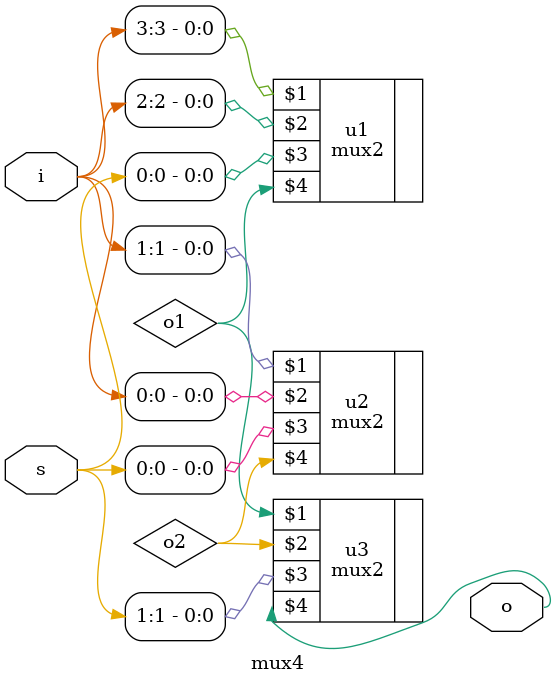
<source format=v>
module mux4 (i, s, o);

input [3:0] i;
input [1:0] s;
output o;

wire o1, o2;

mux2 u1 (i[3], i[2], s[0], o1);
mux2 u2 (i[1], i[0], s[0], o2);
mux2 u3 (o1, o2, s[1], o);

endmodule

</source>
